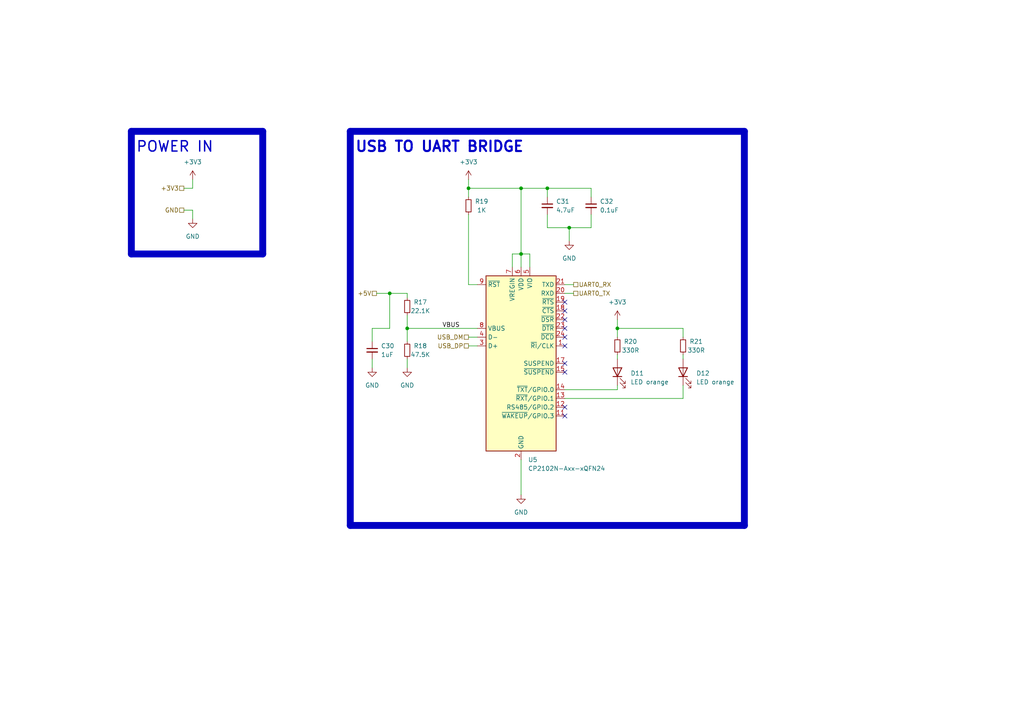
<source format=kicad_sch>
(kicad_sch (version 20211123) (generator eeschema)
  (paper "A4")
  (title_block (title "UART to USB bridge") (date "2022-07-21") (rev "1"))
  (lib_symbols
    (symbol "Device:C_Small" (pin_numbers hide) (pin_names (offset 0.254) hide)
      (property "Reference" "C" (at 0.254 1.778 0))
      (property "Value" "C_Small" (at 0.254 -2.032 0))
      (symbol "C_Small_0_1"
        (polyline (pts (xy -1.524 -0.508) (xy 1.524 -0.508)) (stroke (width 0.3302)))
        (polyline (pts (xy -1.524 0.508) (xy 1.524 0.508)) (stroke (width 0.3048)))
      )
      (symbol "C_Small_1_1"
        (pin passive line (at 0 2.54 270) (length 2.032) (name "~") (number "1"))
        (pin passive line (at 0 -2.54 90) (length 2.032) (name "~") (number "2"))
      )
    )
    (symbol "Device:LED" (pin_numbers hide) (pin_names (offset 1.016) hide)
      (property "Reference" "D" (at 0 2.54 0))
      (property "Value" "LED" (at 0 -2.54 0))
      (symbol "LED_0_1"
        (polyline (pts (xy -1.27 -1.27) (xy -1.27 1.27)) (stroke (width 0.254)))
        (polyline (pts (xy -1.27 0) (xy 1.27 0)))
        (polyline (pts (xy 1.27 -1.27) (xy 1.27 1.27) (xy -1.27 0) (xy 1.27 -1.27)) (stroke (width 0.254)))
        (polyline (pts (xy -3.048 -0.762) (xy -4.572 -2.286) (xy -3.81 -2.286) (xy -4.572 -2.286) (xy -4.572 -1.524)))
        (polyline (pts (xy -1.778 -0.762) (xy -3.302 -2.286) (xy -2.54 -2.286) (xy -3.302 -2.286) (xy -3.302 -1.524)))
      )
      (symbol "LED_1_1"
        (pin passive line (at -3.81 0 0) (length 2.54) (name "K") (number "1"))
        (pin passive line (at 3.81 0 180) (length 2.54) (name "A") (number "2"))
      )
    )
    (symbol "Device:R_Small" (pin_numbers hide) (pin_names (offset 0.254) hide)
      (property "Reference" "R" (at 0.762 0.508 0))
      (property "Value" "R_Small" (at 0.762 -1.016 0))
      (symbol "R_Small_0_1"
        (rectangle (start -0.762 1.778) (end 0.762 -1.778) (stroke (width 0.2032)))
      )
      (symbol "R_Small_1_1"
        (pin passive line (at 0 2.54 270) (length 0.762) (name "~") (number "1"))
        (pin passive line (at 0 -2.54 90) (length 0.762) (name "~") (number "2"))
      )
    )
    (symbol "Interface_USB:CP2102N-Axx-xQFN24"
      (property "Reference" "U" (at -8.89 26.67 0))
      (property "Value" "CP2102N-Axx-xQFN24" (at 13.97 26.67 0))
      (symbol "CP2102N-Axx-xQFN24_0_1"
        (rectangle (start -10.16 25.4) (end 10.16 -25.4) (stroke (width 0.254)) (fill (type background)))
      )
      (symbol "CP2102N-Axx-xQFN24_1_1"
        (pin bidirectional line (at 12.7 5.08 180) (length 2.54) (name "~{RI}/CLK") (number "1"))
        (pin no_connect line (at -10.16 -22.86 0) (length 2.54) hide (name "NC") (number "10"))
        (pin bidirectional line (at 12.7 -15.24 180) (length 2.54) (name "~{WAKEUP}/GPIO.3") (number "11"))
        (pin bidirectional line (at 12.7 -12.7 180) (length 2.54) (name "RS485/GPIO.2") (number "12"))
        (pin bidirectional line (at 12.7 -10.16 180) (length 2.54) (name "~{RXT}/GPIO.1") (number "13"))
        (pin bidirectional line (at 12.7 -7.62 180) (length 2.54) (name "~{TXT}/GPIO.0") (number "14"))
        (pin output line (at 12.7 -2.54 180) (length 2.54) (name "~{SUSPEND}") (number "15"))
        (pin no_connect line (at 10.16 -22.86 180) (length 2.54) hide (name "NC") (number "16"))
        (pin output line (at 12.7 0 180) (length 2.54) (name "SUSPEND") (number "17"))
        (pin input line (at 12.7 15.24 180) (length 2.54) (name "~{CTS}") (number "18"))
        (pin output line (at 12.7 17.78 180) (length 2.54) (name "~{RTS}") (number "19"))
        (pin power_in line (at 0 -27.94 90) (length 2.54) (name "GND") (number "2"))
        (pin input line (at 12.7 20.32 180) (length 2.54) (name "RXD") (number "20"))
        (pin output line (at 12.7 22.86 180) (length 2.54) (name "TXD") (number "21"))
        (pin input line (at 12.7 12.7 180) (length 2.54) (name "~{DSR}") (number "22"))
        (pin output line (at 12.7 10.16 180) (length 2.54) (name "~{DTR}") (number "23"))
        (pin input line (at 12.7 7.62 180) (length 2.54) (name "~{DCD}") (number "24"))
        (pin passive line (at 0 -27.94 90) (length 2.54) hide (name "GND") (number "25"))
        (pin bidirectional line (at -12.7 5.08 0) (length 2.54) (name "D+") (number "3"))
        (pin bidirectional line (at -12.7 7.62 0) (length 2.54) (name "D-") (number "4"))
        (pin power_in line (at 2.54 27.94 270) (length 2.54) (name "VIO") (number "5"))
        (pin power_in line (at 0 27.94 270) (length 2.54) (name "VDD") (number "6"))
        (pin power_in line (at -2.54 27.94 270) (length 2.54) (name "VREGIN") (number "7"))
        (pin input line (at -12.7 10.16 0) (length 2.54) (name "VBUS") (number "8"))
        (pin input line (at -12.7 22.86 0) (length 2.54) (name "~{RST}") (number "9"))
      )
    )
    (symbol "power:+3V3" (power) (pin_names (offset 0))
      (property "Value" "+3V3" (at 0 3.556 0))
      (symbol "+3V3_0_1"
        (polyline (pts (xy -0.762 1.27) (xy 0 2.54)))
        (polyline (pts (xy 0 0) (xy 0 2.54)))
        (polyline (pts (xy 0 2.54) (xy 0.762 1.27)))
      )
      (symbol "+3V3_1_1"
        (pin power_in line (at 0 0 90) (length 0) hide (name "+3V3") (number "1"))
      )
    )
    (symbol "power:GND" (power) (pin_names (offset 0))
      (property "Value" "GND" (at 0 -3.81 0))
      (symbol "GND_0_1"
        (polyline (pts (xy 0 0) (xy 0 -1.27) (xy 1.27 -1.27) (xy 0 -2.54) (xy -1.27 -1.27) (xy 0 -1.27)))
      )
      (symbol "GND_1_1"
        (pin power_in line (at 0 0 270) (length 0) hide (name "GND") (number "1"))
      )
    )
  )
  (junction (at 179.07 95.25))
  (junction (at 151.13 73.66))
  (junction (at 113.03 85.09))
  (junction (at 165.1 66.04))
  (junction (at 151.13 54.61))
  (junction (at 135.89 54.61))
  (junction (at 118.11 95.25))
  (junction (at 158.75 54.61))
  (no_connect (at 163.83 120.65))
  (no_connect (at 163.83 118.11))
  (no_connect (at 163.83 107.95))
  (no_connect (at 163.83 92.71))
  (no_connect (at 163.83 95.25))
  (no_connect (at 163.83 97.79))
  (no_connect (at 163.83 87.63))
  (no_connect (at 163.83 90.17))
  (no_connect (at 163.83 105.41))
  (no_connect (at 163.83 100.33))
  (wire (pts (xy 198.12 115.57) (xy 198.12 111.76)))
  (wire (pts (xy 158.75 54.61) (xy 171.45 54.61)))
  (polyline (pts (xy 101.6 152.4) (xy 215.9 152.4)) (stroke (width 2) (type solid)))
  (wire (pts (xy 113.03 95.25) (xy 107.95 95.25)))
  (wire (pts (xy 171.45 66.04) (xy 165.1 66.04)))
  (wire (pts (xy 165.1 66.04) (xy 165.1 69.85)))
  (wire (pts (xy 107.95 95.25) (xy 107.95 99.06)))
  (wire (pts (xy 158.75 62.23) (xy 158.75 66.04)))
  (wire (pts (xy 135.89 52.07) (xy 135.89 54.61)))
  (wire (pts (xy 138.43 95.25) (xy 118.11 95.25)))
  (polyline (pts (xy 101.6 152.4) (xy 101.6 38.1)) (stroke (width 2) (type solid)))
  (wire (pts (xy 138.43 82.55) (xy 135.89 82.55)))
  (wire (pts (xy 171.45 54.61) (xy 171.45 57.15)))
  (wire (pts (xy 118.11 95.25) (xy 118.11 99.06)))
  (wire (pts (xy 171.45 62.23) (xy 171.45 66.04)))
  (wire (pts (xy 118.11 86.36) (xy 118.11 85.09)))
  (wire (pts (xy 113.03 85.09) (xy 113.03 95.25)))
  (wire (pts (xy 118.11 91.44) (xy 118.11 95.25)))
  (wire (pts (xy 163.83 115.57) (xy 198.12 115.57)))
  (polyline (pts (xy 38.1 38.1) (xy 38.1 73.66)) (stroke (width 2) (type solid)))
  (wire (pts (xy 179.07 111.76) (xy 179.07 113.03)))
  (wire (pts (xy 198.12 95.25) (xy 198.12 97.79)))
  (wire (pts (xy 113.03 85.09) (xy 118.11 85.09)))
  (wire (pts (xy 55.88 63.5) (xy 55.88 60.96)))
  (wire (pts (xy 153.67 77.47) (xy 153.67 73.66)))
  (polyline (pts (xy 76.2 73.66) (xy 76.2 38.1)) (stroke (width 2) (type solid)))
  (wire (pts (xy 179.07 113.03) (xy 163.83 113.03)))
  (wire (pts (xy 55.88 54.61) (xy 55.88 52.07)))
  (wire (pts (xy 179.07 95.25) (xy 198.12 95.25)))
  (polyline (pts (xy 215.9 152.4) (xy 215.9 38.1)) (stroke (width 2) (type solid)))
  (wire (pts (xy 198.12 102.87) (xy 198.12 104.14)))
  (wire (pts (xy 135.89 62.23) (xy 135.89 82.55)))
  (wire (pts (xy 135.89 54.61) (xy 135.89 57.15)))
  (wire (pts (xy 158.75 54.61) (xy 151.13 54.61)))
  (wire (pts (xy 118.11 104.14) (xy 118.11 106.68)))
  (wire (pts (xy 158.75 54.61) (xy 158.75 57.15)))
  (wire (pts (xy 179.07 95.25) (xy 179.07 97.79)))
  (wire (pts (xy 163.83 82.55) (xy 166.37 82.55)))
  (wire (pts (xy 55.88 60.96) (xy 53.34 60.96)))
  (polyline (pts (xy 38.1 38.1) (xy 76.2 38.1)) (stroke (width 2) (type solid)))
  (wire (pts (xy 158.75 66.04) (xy 165.1 66.04)))
  (wire (pts (xy 153.67 73.66) (xy 151.13 73.66)))
  (wire (pts (xy 148.59 77.47) (xy 148.59 73.66)))
  (wire (pts (xy 53.34 54.61) (xy 55.88 54.61)))
  (wire (pts (xy 109.22 85.09) (xy 113.03 85.09)))
  (wire (pts (xy 179.07 102.87) (xy 179.07 104.14)))
  (wire (pts (xy 135.89 97.79) (xy 138.43 97.79)))
  (wire (pts (xy 135.89 100.33) (xy 138.43 100.33)))
  (wire (pts (xy 179.07 92.71) (xy 179.07 95.25)))
  (polyline (pts (xy 38.1 73.66) (xy 76.2 73.66)) (stroke (width 2) (type solid)))
  (wire (pts (xy 151.13 73.66) (xy 151.13 54.61)))
  (wire (pts (xy 107.95 104.14) (xy 107.95 106.68)))
  (wire (pts (xy 151.13 77.47) (xy 151.13 73.66)))
  (wire (pts (xy 151.13 133.35) (xy 151.13 143.51)))
  (wire (pts (xy 148.59 73.66) (xy 151.13 73.66)))
  (wire (pts (xy 163.83 85.09) (xy 166.37 85.09)))
  (polyline (pts (xy 101.6 38.1) (xy 215.9 38.1)) (stroke (width 2) (type solid)))
  (wire (pts (xy 135.89 54.61) (xy 151.13 54.61)))
  (text "POWER IN" (at 39.37 44.45 0) (effects (font (size 3 3) (thickness 0.4) bold) (justify left bottom)))
  (text "USB TO UART BRIDGE\n" (at 102.87 44.45 0) (effects (font (size 3 3) (thickness 0.6) bold) (justify left bottom)))
  (label "VBUS" (at 128.27 95.25 0))
  (hierarchical_label "UART0_TX" (shape passive) (at 166.37 85.09 0))
  (hierarchical_label "USB_DP" (shape passive) (at 135.89 100.33 180))
  (hierarchical_label "USB_DM" (shape passive) (at 135.89 97.79 180))
  (hierarchical_label "+3V3" (shape passive) (at 53.34 54.61 180))
  (hierarchical_label "+5V" (shape passive) (at 109.22 85.09 180))
  (hierarchical_label "GND" (shape passive) (at 53.34 60.96 180))
  (hierarchical_label "UART0_RX" (shape passive) (at 166.37 82.55 0))
  (symbol (lib_id "power:+3V3") (at 135.89 52.07 0) (unit 1)
    (property "Reference" "#PWR074" (effects hide))
    (property "Value" "+3V3" (at 135.89 46.99 0))
  )
  (symbol (lib_id "Device:R_Small") (at 118.11 88.9 0) (unit 1)
    (property "Reference" "R17" (at 121.92 87.63 0))
    (property "Value" "22.1K" (at 121.92 90.17 0))
    (property "Footprint" "Resistor_SMD:R_0603_1608Metric" (effects hide))
  )
  (symbol (lib_id "Device:LED") (at 179.07 107.95 90) (unit 1)
    (property "Reference" "D11" (at 182.88 108.2674 90) (effects (justify right)))
    (property "Value" "LED orange" (at 182.88 110.8074 90) (effects (justify right)))
    (property "Footprint" "LED_SMD:LED_0603_1608Metric" (effects hide))
  )
  (symbol (lib_id "Device:LED") (at 198.12 107.95 90) (unit 1)
    (property "Reference" "D12" (at 201.93 108.2674 90) (effects (justify right)))
    (property "Value" "LED orange" (at 201.93 110.8074 90) (effects (justify right)))
    (property "Footprint" "LED_SMD:LED_0603_1608Metric" (effects hide))
  )
  (symbol (lib_id "Device:C_Small") (at 107.95 101.6 0) (unit 1)
    (property "Reference" "C30" (at 110.49 100.3362 0) (effects (justify left)))
    (property "Value" "1uF" (at 110.49 102.8762 0) (effects (justify left)))
    (property "Footprint" "Capacitor_SMD:C_0603_1608Metric" (effects hide))
  )
  (symbol (lib_id "power:GND") (at 165.1 69.85 0) (unit 1)
    (property "Reference" "#PWR076" (effects hide))
    (property "Value" "GND" (at 165.1 74.93 0))
  )
  (symbol (lib_id "Device:R_Small") (at 118.11 101.6 0) (unit 1)
    (property "Reference" "R18" (at 121.92 100.33 0))
    (property "Value" "47.5K" (at 121.92 102.87 0))
    (property "Footprint" "Resistor_SMD:R_0603_1608Metric" (effects hide))
  )
  (symbol (lib_id "power:GND") (at 55.88 63.5 0) (unit 1)
    (property "Reference" "#PWR071" (effects hide))
    (property "Value" "GND" (at 55.88 68.58 0))
  )
  (symbol (lib_id "power:GND") (at 107.95 106.68 0) (unit 1)
    (property "Reference" "#PWR072" (effects hide))
    (property "Value" "GND" (at 107.95 111.76 0))
  )
  (symbol (lib_id "Interface_USB:CP2102N-Axx-xQFN24") (at 151.13 105.41 0) (unit 1)
    (property "Reference" "U5" (at 153.1494 133.35 0) (effects (justify left)))
    (property "Value" "CP2102N-Axx-xQFN24" (at 153.1494 135.89 0) (effects (justify left)))
    (property "Footprint" "Package_DFN_QFN:QFN-24-1EP_4x4mm_P0.5mm_EP2.6x2.6mm" (effects hide))
    (property "Datasheet" "https://www.silabs.com/documents/public/data-sheets/cp2102n-datasheet.pdf" (effects hide))
  )
  (symbol (lib_id "Device:C_Small") (at 171.45 59.69 0) (unit 1)
    (property "Reference" "C32" (at 173.99 58.4262 0) (effects (justify left)))
    (property "Value" "0.1uF" (at 173.99 60.9662 0) (effects (justify left)))
    (property "Footprint" "Capacitor_SMD:C_0603_1608Metric" (effects hide))
  )
  (symbol (lib_id "power:GND") (at 118.11 106.68 0) (unit 1)
    (property "Reference" "#PWR073" (effects hide))
    (property "Value" "GND" (at 118.11 111.76 0))
  )
  (symbol (lib_id "power:+3V3") (at 55.88 52.07 0) (unit 1)
    (property "Reference" "#PWR070" (effects hide))
    (property "Value" "+3V3" (at 55.88 46.99 0))
  )
  (symbol (lib_id "power:+3V3") (at 179.07 92.71 0) (unit 1)
    (property "Reference" "#PWR077" (effects hide))
    (property "Value" "+3V3" (at 179.07 87.63 0))
  )
  (symbol (lib_id "Device:R_Small") (at 198.12 100.33 0) (unit 1)
    (property "Reference" "R21" (at 201.93 99.06 0))
    (property "Value" "330R" (at 201.93 101.6 0))
    (property "Footprint" "Resistor_SMD:R_0603_1608Metric" (effects hide))
  )
  (symbol (lib_id "Device:C_Small") (at 158.75 59.69 0) (unit 1)
    (property "Reference" "C31" (at 161.29 58.4262 0) (effects (justify left)))
    (property "Value" "4.7uF" (at 161.29 60.9662 0) (effects (justify left)))
    (property "Footprint" "Capacitor_SMD:C_0603_1608Metric" (effects hide))
  )
  (symbol (lib_id "power:GND") (at 151.13 143.51 0) (unit 1)
    (property "Reference" "#PWR075" (effects hide))
    (property "Value" "GND" (at 151.13 148.59 0))
  )
  (symbol (lib_id "Device:R_Small") (at 135.89 59.69 0) (unit 1)
    (property "Reference" "R19" (at 139.7 58.42 0))
    (property "Value" "1K" (at 139.7 60.96 0))
    (property "Footprint" "Resistor_SMD:R_0603_1608Metric" (effects hide))
  )
  (symbol (lib_id "Device:R_Small") (at 179.07 100.33 0) (unit 1)
    (property "Reference" "R20" (at 182.88 99.06 0))
    (property "Value" "330R" (at 182.88 101.6 0))
    (property "Footprint" "Resistor_SMD:R_0603_1608Metric" (effects hide))
  )
)
</source>
